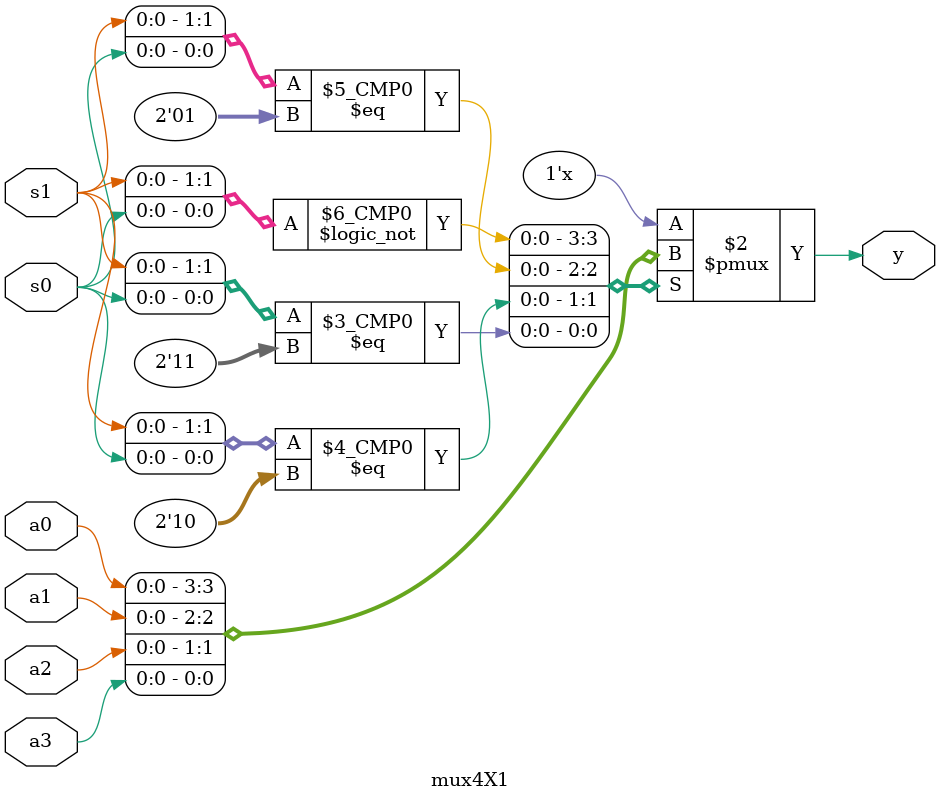
<source format=sv>
`timescale 1ns / 1ps

module mux4X1(s0,s1,a0,a1,a2,a3,y

    );
    input logic s0,s1,a0,a1,a2,a3;
    output logic y;
    always @(*)
    begin
    case({s1,s0})
    2'b00 : y=a0;
    2'b01 : y=a1;
    2'b10 : y=a2;
    2'b11 : y=a3;
    endcase
    end
endmodule

</source>
